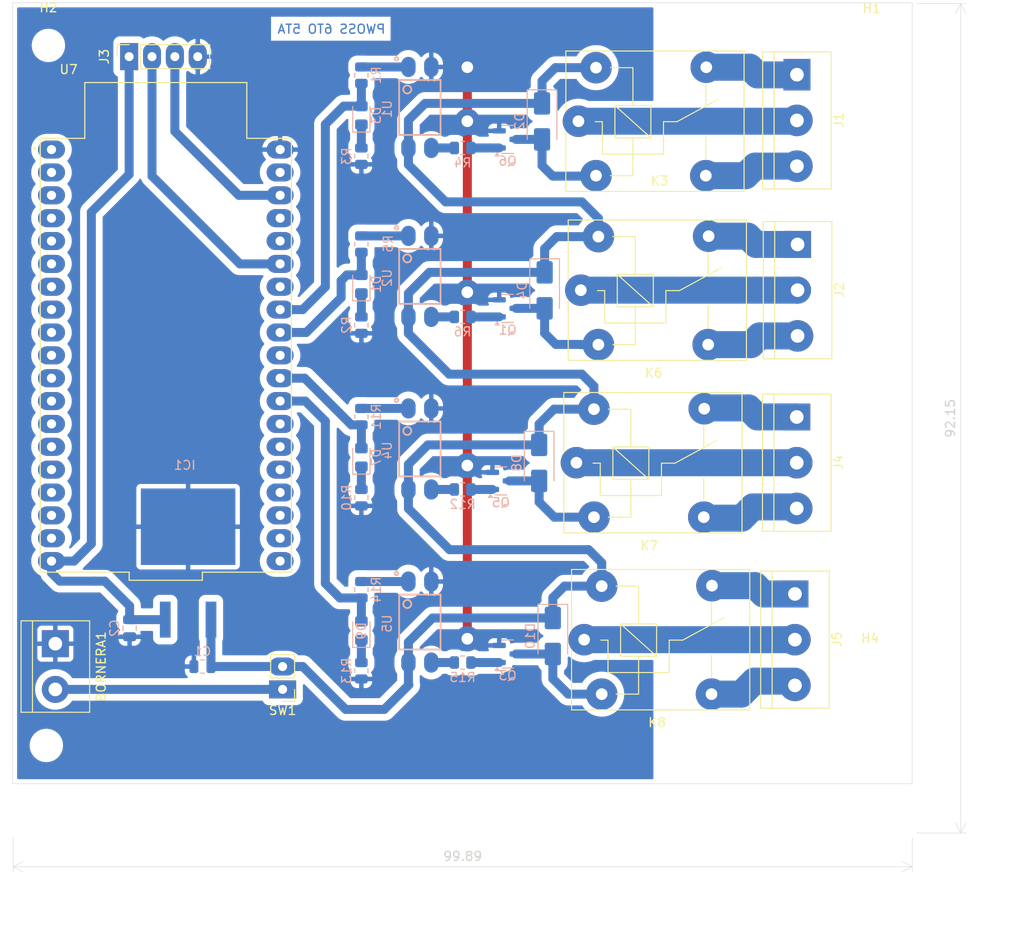
<source format=kicad_pcb>
(kicad_pcb (version 20241229) (generator "pcbnew") (generator_version "9.0")
  (layers (0 "F.Cu" signal) (2 "B.Cu" signal) (13 "F.Paste" user) (15 "B.Paste" user) (5 "F.SilkS" user "F.Silkscreen") (7 "B.SilkS" user "B.Silkscreen") (1 "F.Mask" user) (3 "B.Mask" user) (25 "Edge.Cuts" user))
  (net 0 "")
  (net 1 "Net-(BORNERA1-Pin_2)")
  (net 2 "GND")
  (net 3 "VCC")
  (net 4 "+5V")
  (net 5 "Net-(D1-K)")
  (net 6 "Net-(D2-A)")
  (net 7 "Net-(D3-K)")
  (net 8 "Net-(D4-A)")
  (net 9 "Net-(D7-K)")
  (net 10 "Net-(D8-A)")
  (net 11 "Net-(D9-K)")
  (net 12 "Net-(D10-A)")
  (net 13 "PIN12")
  (net 14 "PIN11")
  (net 15 "PIN1")
  (net 16 "PIN3")
  (net 17 "PIN2")
  (net 18 "Net-(Q1-B)")
  (net 19 "Net-(U1-A)")
  (net 20 "Net-(U1-ET)")
  (net 21 "Net-(U2-A)")
  (net 22 "Net-(U2-ET)")
  (net 23 "Net-(U4-A)")
  (net 24 "Net-(U4-ET)")
  (net 25 "Net-(U5-A)")
  (net 26 "Net-(U5-ET)")
  (net 55 "PIN4")
  (net 56 "PIN5")
  (net 57 "PIN6")
  (net 58 "PIN9")
  (net 59 "PIN7")
  (net 60 "PIN8")
  (net 61 "PIN10")
  (net 64 "RELE-2")
  (net 65 "RELE-4")
  (net 66 "RELE-1")
  (net 67 "RELE-3")
  (net 68 "PIN-2")
  (net 69 "PIN-1")
  (net 70 "Net-(Q3-B)")
  (net 71 "Net-(Q5-B)")
  (net 72 "Net-(Q6-B)")
  (footprint "Relay_THT:Relay_SPDT_SANYOU_SRD_Series_Form_C" (layer "F.Cu") (at 81.2275 90.35)
    (property "Reference" "K8" (at 8.1 9.2 0) (layer "F.SilkS"))
    (property "Value" "SANYOU_SRD_Form_C")
    (pad "1" thru_hole circle (at 0 0 90) (size 3.5 3.5) (drill 1.3) (layers "*.Cu" "*.Mask") (net 14 "PIN11"))
    (pad "2" thru_hole circle (at 1.95 6.05 90) (size 3.5 3.5) (drill 1.3) (layers "*.Cu" "*.Mask") (net 12 "Net-(D10-A)"))
    (pad "3" thru_hole circle (at 14.15 6.05 90) (size 3.5 3.5) (drill 1.3) (layers "*.Cu" "*.Mask") (net 13 "PIN12"))
    (pad "4" thru_hole circle (at 14.2 -6 90) (size 3.5 3.5) (drill 1.3) (layers "*.Cu" "*.Mask") (net 61 "PIN10"))
    (pad "5" thru_hole circle (at 1.95 -5.95 90) (size 3.5 3.5) (drill 1.3) (layers "*.Cu" "*.Mask") (net 3 "VCC"))
  )
  (footprint "TerminalBlock:TerminalBlock_bornier-3_P5.08mm" (layer "F.Cu") (at 104.8475 65.61 -90)
    (property "Reference" "J4" (at 5.05 -4.65 90) (layer "F.SilkS"))
    (property "Value" "BORNERA")
    (pad "1" thru_hole rect (at 0 0 270) (size 3 3) (drill 1.52) (layers "*.Cu" "*.Mask") (net 59 "PIN7"))
    (pad "2" thru_hole circle (at 5.08 0 270) (size 3.5 3.5) (drill 1.52) (layers "*.Cu" "*.Mask") (net 60 "PIN8"))
    (pad "3" thru_hole circle (at 10.16 0 270) (size 3.5 3.5) (drill 1.52) (layers "*.Cu" "*.Mask") (net 58 "PIN9"))
  )
  (footprint "Relay_THT:Relay_SPDT_SANYOU_SRD_Series_Form_C" (layer "F.Cu") (at 80.3675 70.69)
    (property "Reference" "K7" (at 8.1 9.2 0) (layer "F.SilkS"))
    (property "Value" "SANYOU_SRD_Form_C")
    (pad "1" thru_hole circle (at 0 0 90) (size 3.5 3.5) (drill 1.3) (layers "*.Cu" "*.Mask") (net 60 "PIN8"))
    (pad "2" thru_hole circle (at 1.95 6.05 90) (size 3.5 3.5) (drill 1.3) (layers "*.Cu" "*.Mask") (net 10 "Net-(D8-A)"))
    (pad "3" thru_hole circle (at 14.15 6.05 90) (size 3.5 3.5) (drill 1.3) (layers "*.Cu" "*.Mask") (net 58 "PIN9"))
    (pad "4" thru_hole circle (at 14.2 -6 90) (size 3.5 3.5) (drill 1.3) (layers "*.Cu" "*.Mask") (net 59 "PIN7"))
    (pad "5" thru_hole circle (at 1.95 -5.95 90) (size 3.5 3.5) (drill 1.3) (layers "*.Cu" "*.Mask") (net 3 "VCC"))
  )
  (footprint "MountingHole:MountingHole_3.2mm_M3" (layer "F.Cu") (at 21.4775 102.1)
    (property "Reference" "H3" (at 0.09 -0.65 0) (layer "F.SilkS"))
    (property "Value" "MountingHole")
    (pad "" np_thru_hole circle (at 0 0) (size 3.2 3.2) (drill 3.2) (layers "*.Cu" "*.Mask"))
  )
  (footprint "TerminalBlock:TerminalBlock_bornier-3_P5.08mm" (layer "F.Cu") (at 104.9375 46.44 -90)
    (property "Reference" "J2" (at 5.05 -4.65 90) (layer "F.SilkS"))
    (property "Value" "BORNERA")
    (pad "1" thru_hole rect (at 0 0 270) (size 3 3) (drill 1.52) (layers "*.Cu" "*.Mask") (net 55 "PIN4"))
    (pad "2" thru_hole circle (at 5.08 0 270) (size 3 3) (drill 1.52) (layers "*.Cu" "*.Mask") (net 56 "PIN5"))
    (pad "3" thru_hole circle (at 10.16 0 270) (size 3.5 3.5) (drill 1.52) (layers "*.Cu" "*.Mask") (net 57 "PIN6"))
  )
  (footprint "MountingHole:MountingHole_3.2mm_M3" (layer "F.Cu") (at 113.2275 102.1)
    (property "Reference" "H4" (at -0.23 -11.9 0) (layer "F.SilkS"))
    (property "Value" "MountingHole")
    (pad "" np_thru_hole circle (at 0 0) (size 3.2 3.2) (drill 3.2) (layers "*.Cu" "*.Mask"))
  )
  (footprint "Connector_PinSocket_2.54mm:PinSocket_1x04_P2.54mm_Vertical" (layer "F.Cu") (at 30.6775 25.575 90)
    (property "Reference" "J3" (at 0 -2.77 90) (layer "F.SilkS"))
    (property "Value" "Conn_01x04_Pin")
    (pad "1" thru_hole rect (at 0 0 90) (size 3 2) (drill 1) (layers "*.Cu" "*.Mask") (net 4 "+5V"))
    (pad "2" thru_hole oval (at 0 2.54 90) (size 3 2) (drill 1) (layers "*.Cu" "*.Mask") (net 68 "PIN-2"))
    (pad "3" thru_hole oval (at 0 5.08 90) (size 3 2) (drill 1) (layers "*.Cu" "*.Mask") (net 69 "PIN-1"))
    (pad "4" thru_hole oval (at 0 7.62 90) (size 3 2) (drill 1) (layers "*.Cu" "*.Mask") (net 2 "GND"))
  )
  (footprint "Connector_PinHeader_2.54mm:PinHeader_1x02_P2.54mm_Vertical" (layer "F.Cu") (at 47.7275 95.875 180)
    (property "Reference" "SW1" (at 0 -2.33 0) (layer "F.SilkS"))
    (property "Value" "SWITCH")
    (pad "1" thru_hole rect (at 0 0 180) (size 3 2) (drill 1) (layers "*.Cu" "*.Mask") (net 1 "Net-(BORNERA1-Pin_2)"))
    (pad "2" thru_hole oval (at 0 2.54 180) (size 3 2) (drill 1) (layers "*.Cu" "*.Mask") (net 3 "VCC"))
  )
  (footprint "MountingHole:MountingHole_3.2mm_M3" (layer "F.Cu") (at 113.1675 24.42)
    (property "Reference" "H1" (at 0 -4.2 0) (layer "F.SilkS"))
    (property "Value" "MountingHole")
    (pad "" np_thru_hole circle (at 0 0) (size 3.2 3.2) (drill 3.2) (layers "*.Cu" "*.Mask"))
  )
  (footprint "TerminalBlock:TerminalBlock_bornier-3_P5.08mm" (layer "F.Cu") (at 104.87 27.58 -90)
    (property "Reference" "J1" (at 5.05 -4.65 90) (layer "F.SilkS"))
    (property "Value" "BORNERA")
    (pad "1" thru_hole rect (at 0 0 270) (size 3.5 3) (drill 1.52) (layers "*.Cu" "*.Mask") (net 15 "PIN1"))
    (pad "2" thru_hole circle (at 5.08 0 270) (size 3.5 3.5) (drill 1.52) (layers "*.Cu" "*.Mask") (net 17 "PIN2"))
    (pad "3" thru_hole circle (at 10.16 0 270) (size 3.5 3.5) (drill 1.52) (layers "*.Cu" "*.Mask") (net 16 "PIN3"))
  )
  (footprint "ESP32:MODULE_ESP32-DEVKITC" (layer "F.Cu") (at 34.75 58.75)
    (property "Reference" "U7" (at -10.795 -31.75 0) (layer "F.SilkS"))
    (property "Value" "ESP32-DEVKITC")
    (pad "1" thru_hole oval (at -12.7 -22.85) (size 3 2) (drill 1.02) (layers "*.Cu" "*.Mask"))
    (pad "2" thru_hole oval (at -12.7 -20.31) (size 3 2) (drill 1.02) (layers "*.Cu" "*.Mask"))
    (pad "3" thru_hole oval (at -12.7 -17.77) (size 3 2) (drill 1.02) (layers "*.Cu" "*.Mask"))
    (pad "4" thru_hole oval (at -12.7 -15.23) (size 3 2) (drill 1.02) (layers "*.Cu" "*.Mask"))
    (pad "5" thru_hole oval (at -12.7 -12.69) (size 3 2) (drill 1.02) (layers "*.Cu" "*.Mask"))
    (pad "6" thru_hole oval (at -12.7 -10.15) (size 3 2) (drill 1.02) (layers "*.Cu" "*.Mask"))
    (pad "7" thru_hole oval (at -12.7 -7.61) (size 3 2) (drill 1.02) (layers "*.Cu" "*.Mask"))
    (pad "8" thru_hole oval (at -12.7 -5.07) (size 3 2) (drill 1.02) (layers "*.Cu" "*.Mask"))
    (pad "9" thru_hole oval (at -12.7 -2.53) (size 3 2) (drill 1.02) (layers "*.Cu" "*.Mask"))
    (pad "10" thru_hole oval (at -12.7 0.01) (size 3 2) (drill 1.02) (layers "*.Cu" "*.Mask"))
    (pad "11" thru_hole oval (at -12.7 2.55) (size 3 2) (drill 1.02) (layers "*.Cu" "*.Mask"))
    (pad "12" thru_hole oval (at -12.7 5.09) (size 3 2) (drill 1.02) (layers "*.Cu" "*.Mask"))
    (pad "13" thru_hole oval (at -12.7 7.63) (size 3 2) (drill 1.02) (layers "*.Cu" "*.Mask"))
    (pad "14" thru_hole oval (at -12.7 10.17) (size 3 2) (drill 1.02) (layers "*.Cu" "*.Mask"))
    (pad "15" thru_hole oval (at -12.7 12.71) (size 3 2) (drill 1.02) (layers "*.Cu" "*.Mask"))
    (pad "16" thru_hole oval (at -12.7 15.25) (size 3 2) (drill 1.02) (layers "*.Cu" "*.Mask"))
    (pad "17" thru_hole oval (at -12.7 17.79) (size 3 2) (drill 1.02) (layers "*.Cu" "*.Mask"))
    (pad "18" thru_hole oval (at -12.7 20.33) (size 3 2) (drill 1.02) (layers "*.Cu" "*.Mask"))
    (pad "19" thru_hole oval (at -12.7 22.87) (size 3 2) (drill 1.02) (layers "*.Cu" "*.Mask") (net 4 "+5V"))
    (pad "20" thru_hole oval (at 12.7 22.87) (size 3 2) (drill 1.02) (layers "*.Cu" "*.Mask"))
    (pad "21" thru_hole oval (at 12.7 20.33) (size 3 2) (drill 1.02) (layers "*.Cu" "*.Mask"))
    (pad "22" thru_hole oval (at 12.7 17.79) (size 3 2) (drill 1.02) (layers "*.Cu" "*.Mask"))
    (pad "23" thru_hole oval (at 12.7 15.25) (size 3 2) (drill 1.02) (layers "*.Cu" "*.Mask"))
    (pad "24" thru_hole oval (at 12.7 12.71) (size 3 2) (drill 1.02) (layers "*.Cu" "*.Mask"))
    (pad "25" thru_hole oval (at 12.7 10.17) (size 3 2) (drill 1.02) (layers "*.Cu" "*.Mask"))
    (pad "26" thru_hole oval (at 12.7 7.63) (size 3 2) (drill 1.02) (layers "*.Cu" "*.Mask"))
    (pad "27" thru_hole oval (at 12.7 5.09) (size 3 2) (drill 1.02) (layers "*.Cu" "*.Mask") (net 67 "RELE-3"))
    (pad "28" thru_hole oval (at 12.7 2.55) (size 3 2) (drill 1.02) (layers "*.Cu" "*.Mask") (net 66 "RELE-1"))
    (pad "29" thru_hole oval (at 12.7 0.01) (size 3 2) (drill 1.02) (layers "*.Cu" "*.Mask"))
    (pad "30" thru_hole oval (at 12.7 -2.53) (size 3 2) (drill 1.02) (layers "*.Cu" "*.Mask") (net 64 "RELE-2"))
    (pad "31" thru_hole oval (at 12.7 -5.07) (size 3 2) (drill 1.02) (layers "*.Cu" "*.Mask") (net 65 "RELE-4"))
    (pad "32" thru_hole oval (at 12.7 -7.61) (size 3 2) (drill 1.02) (layers "*.Cu" "*.Mask"))
    (pad "33" thru_hole oval (at 12.7 -10.15) (size 3 2) (drill 1.02) (layers "*.Cu" "*.Mask") (net 68 "PIN-2"))
    (pad "34" thru_hole oval (at 12.7 -12.69) (size 3 2) (drill 1.02) (layers "*.Cu" "*.Mask"))
    (pad "35" thru_hole oval (at 12.7 -15.23) (size 3 2) (drill 1.02) (layers "*.Cu" "*.Mask"))
    (pad "36" thru_hole oval (at 12.7 -17.77) (size 3 2) (drill 1.02) (layers "*.Cu" "*.Mask") (net 69 "PIN-1"))
    (pad "37" thru_hole oval (at 12.7 -20.31) (size 3 2) (drill 1.02) (layers "*.Cu" "*.Mask"))
    (pad "38" thru_hole oval (at 12.7 -22.85) (size 3 2) (drill 1.02) (layers "*.Cu" "*.Mask") (net 2 "GND"))
  )
  (footprint "TerminalBlock:TerminalBlock_bornier-2_P5.08mm" (layer "F.Cu") (at 22.4775 90.795 -90)
    (property "Reference" "BORNERA1" (at 2.54 -5.08 90) (layer "F.SilkS"))
    (property "Value" "~")
    (pad "1" thru_hole rect (at 0 0 270) (size 3 3) (drill 1.52) (layers "*.Cu" "*.Mask") (net 2 "GND"))
    (pad "2" thru_hole circle (at 5.08 0 270) (size 3 3) (drill 1.52) (layers "*.Cu" "*.Mask") (net 1 "Net-(BORNERA1-Pin_2)"))
  )
  (footprint "Relay_THT:Relay_SPDT_SANYOU_SRD_Series_Form_C" (layer "F.Cu") (at 80.595 32.75)
    (property "Reference" "K3" (at 9.02 6.62 0) (layer "F.SilkS"))
    (property "Value" "SANYOU_SRD_Form_C")
    (pad "1" thru_hole circle (at 0 0 90) (size 3.5 3.5) (drill 1.3) (layers "*.Cu" "*.Mask") (net 17 "PIN2"))
    (pad "2" thru_hole circle (at 1.95 6.05 90) (size 3.5 3.5) (drill 1.3) (layers "*.Cu" "*.Mask") (net 6 "Net-(D2-A)"))
    (pad "3" thru_hole circle (at 14.15 6.05 90) (size 3.5 3.5) (drill 1.3) (layers "*.Cu" "*.Mask") (net 16 "PIN3"))
    (pad "4" thru_hole circle (at 14.2 -6 90) (size 3.5 3.5) (drill 1.3) (layers "*.Cu" "*.Mask") (net 15 "PIN1"))
    (pad "5" thru_hole circle (at 1.95 -5.95 90) (size 3.5 3.5) (drill 1.3) (layers "*.Cu" "*.Mask") (net 3 "VCC"))
  )
  (footprint "Relay_THT:Relay_SPDT_SANYOU_SRD_Series_Form_C" (layer "F.Cu") (at 80.8575 51.52)
    (property "Reference" "K6" (at 8.1 9.2 0) (layer "F.SilkS"))
    (property "Value" "SANYOU_SRD_Form_C")
    (pad "1" thru_hole circle (at 0 0 90) (size 3.5 3.5) (drill 1.3) (layers "*.Cu" "*.Mask") (net 56 "PIN5"))
    (pad "2" thru_hole circle (at 1.95 6.05 90) (size 3.5 3.5) (drill 1.3) (layers "*.Cu" "*.Mask") (net 8 "Net-(D4-A)"))
    (pad "3" thru_hole circle (at 14.15 6.05 90) (size 3.5 3.5) (drill 1.3) (layers "*.Cu" "*.Mask") (net 57 "PIN6"))
    (pad "4" thru_hole circle (at 14.2 -6 90) (size 3.5 3.5) (drill 1.3) (layers "*.Cu" "*.Mask") (net 55 "PIN4"))
    (pad "5" thru_hole circle (at 1.95 -5.95 90) (size 3.5 3.5) (drill 1.3) (layers "*.Cu" "*.Mask") (net 3 "VCC"))
  )
  (footprint "MountingHole:MountingHole_3.2mm_M3" (layer "F.Cu") (at 21.7075 24.33)
    (property "Reference" "H2" (at 0 -4.2 0) (layer "F.SilkS"))
    (property "Value" "MountingHole")
    (pad "" np_thru_hole circle (at 0 0) (size 3.2 3.2) (drill 3.2) (layers "*.Cu" "*.Mask"))
  )
  (footprint "TerminalBlock:TerminalBlock_bornier-3_P5.08mm" (layer "F.Cu") (at 104.65 85.27 -90)
    (property "Reference" "J5" (at 5.05 -4.65 90) (layer "F.SilkS"))
    (property "Value" "BORNERA")
    (pad "1" thru_hole rect (at 0 0 270) (size 3 3) (drill 1.52) (layers "*.Cu" "*.Mask") (net 61 "PIN10"))
    (pad "2" thru_hole circle (at 5.08 0 270) (size 3.5 3.5) (drill 1.52) (layers "*.Cu" "*.Mask") (net 14 "PIN11"))
    (pad "3" thru_hole circle (at 10.16 0 270) (size 3.5 3.5) (drill 1.52) (layers "*.Cu" "*.Mask") (net 13 "PIN12"))
  )
  (footprint "Resistor_SMD:R_0805_2012Metric" (layer "B.Cu") (at 67.7275 73.66)
    (property "Reference" "R12" (at 0 1.65 0) (layer "B.SilkS") (effects (justify mirror)))
    (property "Value" "R")
    (pad "1" smd roundrect (at -0.9125 0) (size 1.025 1.4) (layers "B.Cu" "B.Mask" "B.Paste") (roundrect_rratio 0.243902) (net 24 "Net-(U4-ET)"))
    (pad "2" smd roundrect (at 0.9125 0) (size 1.025 1.4) (layers "B.Cu" "B.Mask" "B.Paste") (roundrect_rratio 0.243902) (net 71 "Net-(Q5-B)"))
  )
  (footprint "Resistor_SMD:R_0805_2012Metric" (layer "B.Cu") (at 56.4775 84.8025 90)
    (property "Reference" "R14" (at 0 1.65 90) (layer "B.SilkS") (effects (justify mirror)))
    (property "Value" "R")
    (pad "1" smd roundrect (at -0.9125 0 90) (size 1.025 1.4) (layers "B.Cu" "B.Mask" "B.Paste") (roundrect_rratio 0.243902) (net 67 "RELE-3"))
    (pad "2" smd roundrect (at 0.9125 0 90) (size 1.025 1.4) (layers "B.Cu" "B.Mask" "B.Paste") (roundrect_rratio 0.243902) (net 25 "Net-(U5-A)"))
  )
  (footprint "Resistor_SMD:R_0805_2012Metric" (layer "B.Cu") (at 56.4775 46.4025 90)
    (property "Reference" "R5" (at 0.04 2.98 90) (layer "B.SilkS") (effects (justify mirror)))
    (property "Value" "R")
    (pad "1" smd roundrect (at -0.9125 0 90) (size 1.025 1.4) (layers "B.Cu" "B.Mask" "B.Paste") (roundrect_rratio 0.243902) (net 64 "RELE-2"))
    (pad "2" smd roundrect (at 0.9125 0 90) (size 1.025 1.4) (layers "B.Cu" "B.Mask" "B.Paste") (roundrect_rratio 0.243902) (net 21 "Net-(U2-A)"))
  )
  (footprint "LED_SMD:LED_0805_2012Metric_Pad1.15x1.40mm_HandSolder" (layer "B.Cu") (at 56.4775 32.1 90)
    (property "Reference" "D3" (at 0 1.65 90) (layer "B.SilkS") (effects (justify mirror)))
    (property "Value" "LED")
    (pad "1" smd roundrect (at -1.025 0 90) (size 1.15 1.4) (layers "B.Cu" "B.Mask" "B.Paste") (roundrect_rratio 0.217391) (net 7 "Net-(D3-K)"))
    (pad "2" smd roundrect (at 1.025 0 90) (size 1.15 1.4) (layers "B.Cu" "B.Mask" "B.Paste") (roundrect_rratio 0.217391) (net 65 "RELE-4"))
  )
  (footprint "LED_SMD:LED_0805_2012Metric_Pad1.15x1.40mm_HandSolder" (layer "B.Cu") (at 56.4775 89.35 90)
    (property "Reference" "D9" (at -0.0225 0 270) (layer "B.SilkS") (effects (justify mirror)))
    (property "Value" "LED")
    (pad "1" smd roundrect (at -1.025 0 90) (size 1.15 1.4) (layers "B.Cu" "B.Mask" "B.Paste") (roundrect_rratio 0.217391) (net 11 "Net-(D9-K)"))
    (pad "2" smd roundrect (at 1.025 0 90) (size 1.15 1.4) (layers "B.Cu" "B.Mask" "B.Paste") (roundrect_rratio 0.217391) (net 67 "RELE-3"))
  )
  (footprint "Package_TO_SOT_SMD:SOT-23" (layer "B.Cu") (at 72.7275 91.94)
    (property "Reference" "Q3" (at 0 2.4 0) (layer "B.SilkS") (effects (justify mirror)))
    (property "Value" "MMBT2222A")
    (pad "1" smd roundrect (at -0.9375 0.95) (size 1.475 0.6) (layers "B.Cu" "B.Mask" "B.Paste") (net 70 "Net-(Q3-B)"))
    (pad "2" smd roundrect (at -0.9375 -0.95) (size 1.475 0.6) (layers "B.Cu" "B.Mask" "B.Paste") (net 2 "GND"))
    (pad "3" smd roundrect (at 0.9375 0) (size 1.475 0.6) (layers "B.Cu" "B.Mask" "B.Paste") (net 12 "Net-(D10-A)"))
  )
  (footprint "7805 smd:MC7805CD2TG" (layer "B.Cu") (at 37.2275 82.1 180)
    (property "Reference" "IC1" (at 0.375 11.135 0) (layer "B.SilkS") (effects (justify mirror)))
    (property "Value" "MC7805CD2TG")
    (property "VALUE" "IC_PWRMC7805CD2TG" (hide yes))
    (pad "P$1" smd rect (at 0 4.3 180) (size 10.5 8.5) (layers "B.Cu" "B.Mask" "B.Paste") (net 2 "GND"))
    (pad "P$2" smd rect (at -2.54 -6.023 180) (size 1.2 4) (layers "B.Cu" "B.Mask" "B.Paste") (net 3 "VCC"))
    (pad "P$3" smd rect (at 2.54 -6.023 180) (size 1.2 4) (layers "B.Cu" "B.Mask" "B.Paste") (net 4 "+5V"))
  )
  (footprint "Diode_SMD:D_SMA" (layer "B.Cu") (at 77.7475 89.94 -90)
    (property "Reference" "D10" (at 0 2.5 90) (layer "B.SilkS") (effects (justify mirror)))
    (property "Value" "D")
    (pad "1" smd roundrect (at -2 0 270) (size 2.5 1.8) (layers "B.Cu" "B.Mask" "B.Paste") (roundrect_rratio 0.1388888889) (net 3 "VCC"))
    (pad "2" smd roundrect (at 2 0 270) (size 2.5 1.8) (layers "B.Cu" "B.Mask" "B.Paste") (roundrect_rratio 0.1388888889) (net 12 "Net-(D10-A)"))
  )
  (footprint "Resistor_SMD:R_0805_2012Metric" (layer "B.Cu") (at 56.4775 55.4025 -90)
    (property "Reference" "R2" (at 0 1.65 90) (layer "B.SilkS") (effects (justify mirror)))
    (property "Value" "R")
    (pad "1" smd roundrect (at -0.9125 0 270) (size 1.025 1.4) (layers "B.Cu" "B.Mask" "B.Paste") (roundrect_rratio 0.243902) (net 5 "Net-(D1-K)"))
    (pad "2" smd roundrect (at 0.9125 0 270) (size 1.025 1.4) (layers "B.Cu" "B.Mask" "B.Paste") (roundrect_rratio 0.243902) (net 2 "GND"))
  )
  (footprint "PC817:SOT254P1025X400-4N" (layer "B.Cu") (at 62.975 69.16 -90)
    (property "Reference" "U4" (at 0.175155 3.638415 90) (layer "B.SilkS") (effects (font (size 1.000937 1.000937)) (justify mirror)))
    (property "Value" "PC81713NIP0X")
    (pad "1" smd oval (at -4.5 1.27 270) (size 2.25 1.6) (layers "B.Cu" "B.Mask" "B.Paste") (net 23 "Net-(U4-A)"))
    (pad "2" smd oval (at -4.5 -1.27 270) (size 2.25 1.6) (layers "B.Cu" "B.Mask" "B.Paste") (net 2 "GND"))
    (pad "3" smd oval (at 4.5 -1.27 270) (size 2.25 1.6) (layers "B.Cu" "B.Mask" "B.Paste") (net 24 "Net-(U4-ET)"))
    (pad "4" smd oval (at 4.5 1.27 270) (size 2.25 1.6) (layers "B.Cu" "B.Mask" "B.Paste") (net 3 "VCC"))
  )
  (footprint "Resistor_SMD:R_0805_2012Metric" (layer "B.Cu") (at 67.7275 92.89)
    (property "Reference" "R15" (at 0 1.65 0) (layer "B.SilkS") (effects (justify mirror)))
    (property "Value" "R")
    (pad "1" smd roundrect (at -0.9125 0) (size 1.025 1.4) (layers "B.Cu" "B.Mask" "B.Paste") (roundrect_rratio 0.243902) (net 26 "Net-(U5-ET)"))
    (pad "2" smd roundrect (at 0.9125 0) (size 1.025 1.4) (layers "B.Cu" "B.Mask" "B.Paste") (roundrect_rratio 0.243902) (net 70 "Net-(Q3-B)"))
  )
  (footprint "PC817:SOT254P1025X400-4N" (layer "B.Cu") (at 62.975 31.22 -90)
    (property "Reference" "U1" (at 0.175155 3.638415 90) (layer "B.SilkS") (effects (font (size 1.000937 1.000937)) (justify mirror)))
    (property "Value" "PC81713NIP0X")
    (pad "1" smd oval (at -4.5 1.27 270) (size 2.25 1.6) (layers "B.Cu" "B.Mask" "B.Paste") (net 19 "Net-(U1-A)"))
    (pad "2" smd oval (at -4.5 -1.27 270) (size 2.25 1.6) (layers "B.Cu" "B.Mask" "B.Paste") (net 2 "GND"))
    (pad "3" smd oval (at 4.5 -1.27 270) (size 2.25 1.6) (layers "B.Cu" "B.Mask" "B.Paste") (net 20 "Net-(U1-ET)"))
    (pad "4" smd oval (at 4.5 1.27 270) (size 2.25 1.6) (layers "B.Cu" "B.Mask" "B.Paste") (net 3 "VCC"))
  )
  (footprint "Diode_SMD:D_SMA" (layer "B.Cu") (at 76.8375 51.54 -90)
    (property "Reference" "D4" (at 0 2.5 90) (layer "B.SilkS") (effects (justify mirror)))
    (property "Value" "D")
    (pad "1" smd roundrect (at -2 0 270) (size 2.5 1.8) (layers "B.Cu" "B.Mask" "B.Paste") (roundrect_rratio 0.1388888889) (net 3 "VCC"))
    (pad "2" smd roundrect (at 2 0 270) (size 2.5 1.8) (layers "B.Cu" "B.Mask" "B.Paste") (roundrect_rratio 0.1388888889) (net 8 "Net-(D4-A)"))
  )
  (footprint "Resistor_SMD:R_0805_2012Metric" (layer "B.Cu") (at 56.4775 36.6325 -90)
    (property "Reference" "R3" (at 0 1.65 90) (layer "B.SilkS") (effects (justify mirror)))
    (property "Value" "R")
    (pad "1" smd roundrect (at -0.9125 0 270) (size 1.025 1.4) (layers "B.Cu" "B.Mask" "B.Paste") (roundrect_rratio 0.243902) (net 7 "Net-(D3-K)"))
    (pad "2" smd roundrect (at 0.9125 0 270) (size 1.025 1.4) (layers "B.Cu" "B.Mask" "B.Paste") (roundrect_rratio 0.243902) (net 2 "GND"))
  )
  (footprint "Resistor_SMD:R_0805_2012Metric" (layer "B.Cu") (at 56.4775 27.6325 90)
    (property "Reference" "R1" (at 0 1.65 90) (layer "B.SilkS") (effects (justify mirror)))
    (property "Value" "R")
    (pad "1" smd roundrect (at -0.9125 0 90) (size 1.025 1.4) (layers "B.Cu" "B.Mask" "B.Paste") (roundrect_rratio 0.243902) (net 65 "RELE-4"))
    (pad "2" smd roundrect (at 0.9125 0 90) (size 1.025 1.4) (layers "B.Cu" "B.Mask" "B.Paste") (roundrect_rratio 0.243902) (net 19 "Net-(U1-A)"))
  )
  (footprint "PC817:SOT254P1025X400-4N" (layer "B.Cu") (at 62.975 49.99 -90)
    (property "Reference" "U2" (at 0.175155 3.638415 90) (layer "B.SilkS") (effects (font (size 1.000937 1.000937)) (justify mirror)))
    (property "Value" "PC81713NIP0X")
    (pad "1" smd oval (at -4.5 1.27 270) (size 2.25 1.6) (layers "B.Cu" "B.Mask" "B.Paste") (net 21 "Net-(U2-A)"))
    (pad "2" smd oval (at -4.5 -1.27 270) (size 2.25 1.6) (layers "B.Cu" "B.Mask" "B.Paste") (net 2 "GND"))
    (pad "3" smd oval (at 4.5 -1.27 270) (size 2.25 1.6) (layers "B.Cu" "B.Mask" "B.Paste") (net 22 "Net-(U2-ET)"))
    (pad "4" smd oval (at 4.5 1.27 270) (size 2.25 1.6) (layers "B.Cu" "B.Mask" "B.Paste") (net 3 "VCC"))
  )
  (footprint "Package_TO_SOT_SMD:SOT-23" (layer "B.Cu") (at 72.7275 34.77)
    (property "Reference" "Q6" (at 0 2.4 0) (layer "B.SilkS") (effects (justify mirror)))
    (property "Value" "MMBT2222A")
    (pad "1" smd roundrect (at -0.9375 0.95) (size 1.475 0.6) (layers "B.Cu" "B.Mask" "B.Paste") (net 72 "Net-(Q6-B)"))
    (pad "2" smd roundrect (at -0.9375 -0.95) (size 1.475 0.6) (layers "B.Cu" "B.Mask" "B.Paste") (net 2 "GND"))
    (pad "3" smd roundrect (at 0.9375 0) (size 1.475 0.6) (layers "B.Cu" "B.Mask" "B.Paste") (net 6 "Net-(D2-A)"))
  )
  (footprint "PC817:SOT254P1025X400-4N" (layer "B.Cu") (at 62.975 88.39 -90)
    (property "Reference" "U5" (at 0.175155 3.638415 90) (layer "B.SilkS") (effects (font (size 1.000937 1.000937)) (justify mirror)))
    (property "Value" "PC81713NIP0X")
    (pad "1" smd oval (at -4.5 1.27 270) (size 2.25 1.6) (layers "B.Cu" "B.Mask" "B.Paste") (net 25 "Net-(U5-A)"))
    (pad "2" smd oval (at -4.5 -1.27 270) (size 2.25 1.6) (layers "B.Cu" "B.Mask" "B.Paste") (net 2 "GND"))
    (pad "3" smd oval (at 4.5 -1.27 270) (size 2.25 1.6) (layers "B.Cu" "B.Mask" "B.Paste") (net 26 "Net-(U5-ET)"))
    (pad "4" smd oval (at 4.5 1.27 270) (size 2.25 1.6) (layers "B.Cu" "B.Mask" "B.Paste") (net 3 "VCC"))
  )
  (footprint "Resistor_SMD:R_0805_2012Metric" (layer "B.Cu") (at 56.4775 93.8025 -90)
    (property "Reference" "R13" (at 0 1.65 90) (layer "B.SilkS") (effects (justify mirror)))
    (property "Value" "R")
    (pad "1" smd roundrect (at -0.9125 0 270) (size 1.025 1.4) (layers "B.Cu" "B.Mask" "B.Paste") (roundrect_rratio 0.243902) (net 11 "Net-(D9-K)"))
    (pad "2" smd roundrect (at 0.9125 0 270) (size 1.025 1.4) (layers "B.Cu" "B.Mask" "B.Paste") (roundrect_rratio 0.243902) (net 2 "GND"))
  )
  (footprint "LED_SMD:LED_0805_2012Metric_Pad1.15x1.40mm_HandSolder" (layer "B.Cu") (at 56.4775 50.85 90)
    (property "Reference" "D1" (at 0 1.65 270) (layer "B.SilkS") (effects (justify mirror)))
    (property "Value" "LED")
    (pad "1" smd roundrect (at -1.025 0 90) (size 1.15 1.4) (layers "B.Cu" "B.Mask" "B.Paste") (roundrect_rratio 0.217391) (net 5 "Net-(D1-K)"))
    (pad "2" smd roundrect (at 1.025 0 90) (size 1.15 1.4) (layers "B.Cu" "B.Mask" "B.Paste") (roundrect_rratio 0.217391) (net 64 "RELE-2"))
  )
  (footprint "Capacitor_SMD:C_0805_2012Metric" (layer "B.Cu") (at 38.8175 93.335 180)
    (property "Reference" "C1" (at 0 1.68 0) (layer "B.SilkS") (effects (justify mirror)))
    (property "Value" "0.1uF")
    (pad "1" smd roundrect (at -0.95 0 180) (size 1 1.45) (layers "B.Cu" "B.Mask" "B.Paste") (net 3 "VCC"))
    (pad "2" smd roundrect (at 0.95 0 180) (size 1 1.45) (layers "B.Cu" "B.Mask" "B.Paste") (net 2 "GND"))
  )
  (footprint "Resistor_SMD:R_0805_2012Metric" (layer "B.Cu") (at 67.7275 35.72)
    (property "Reference" "R4" (at 0 1.65 0) (layer "B.SilkS") (effects (justify mirror)))
    (property "Value" "R")
    (pad "1" smd roundrect (at -0.9125 0) (size 1.025 1.4) (layers "B.Cu" "B.Mask" "B.Paste") (roundrect_rratio 0.243902) (net 20 "Net-(U1-ET)"))
    (pad "2" smd roundrect (at 0.9125 0) (size 1.025 1.4) (layers "B.Cu" "B.Mask" "B.Paste") (roundrect_rratio 0.243902) (net 72 "Net-(Q6-B)"))
  )
  (footprint "Diode_SMD:D_SMA" (layer "B.Cu") (at 76.54875 32.77 -90)
    (property "Reference" "D2" (at 0 2.5 90) (layer "B.SilkS") (effects (justify mirror)))
    (property "Value" "D")
    (pad "1" smd roundrect (at -2 0 270) (size 2.5 1.8) (layers "B.Cu" "B.Mask" "B.Paste") (roundrect_rratio 0.1388888889) (net 3 "VCC"))
    (pad "2" smd roundrect (at 2 0 270) (size 2.5 1.8) (layers "B.Cu" "B.Mask" "B.Paste") (roundrect_rratio 0.1388888889) (net 6 "Net-(D2-A)"))
  )
  (footprint "LED_SMD:LED_0805_2012Metric_Pad1.15x1.40mm_HandSolder" (layer "B.Cu") (at 56.4775 70.1 90)
    (property "Reference" "D7" (at 0 1.65 270) (layer "B.SilkS") (effects (justify mirror)))
    (property "Value" "LED")
    (pad "1" smd roundrect (at -1.025 0 90) (size 1.15 1.4) (layers "B.Cu" "B.Mask" "B.Paste") (roundrect_rratio 0.217391) (net 9 "Net-(D7-K)"))
    (pad "2" smd roundrect (at 1.025 0 90) (size 1.15 1.4) (layers "B.Cu" "B.Mask" "B.Paste") (roundrect_rratio 0.217391) (net 66 "RELE-1"))
  )
  (footprint "Resistor_SMD:R_0805_2012Metric" (layer "B.Cu") (at 56.4775 65.5725 90)
    (property "Reference" "R11" (at 0 1.65 90) (layer "B.SilkS") (effects (justify mirror)))
    (property "Value" "R")
    (pad "1" smd roundrect (at -0.9125 0 90) (size 1.025 1.4) (layers "B.Cu" "B.Mask" "B.Paste") (roundrect_rratio 0.243902) (net 66 "RELE-1"))
    (pad "2" smd roundrect (at 0.9125 0 90) (size 1.025 1.4) (layers "B.Cu" "B.Mask" "B.Paste") (roundrect_rratio 0.243902) (net 23 "Net-(U4-A)"))
  )
  (footprint "Diode_SMD:D_SMA" (layer "B.Cu") (at 76.2275 70.71 -90)
    (property "Reference" "D8" (at 0 2.5 90) (layer "B.SilkS") (effects (justify mirror)))
    (property "Value" "D")
    (pad "1" smd roundrect (at -2 0 270) (size 2.5 1.8) (layers "B.Cu" "B.Mask" "B.Paste") (roundrect_rratio 0.1388888889) (net 3 "VCC"))
    (pad "2" smd roundrect (at 2 0 270) (size 2.5 1.8) (layers "B.Cu" "B.Mask" "B.Paste") (roundrect_rratio 0.1388888889) (net 10 "Net-(D8-A)"))
  )
  (footprint "Resistor_SMD:R_0805_2012Metric" (layer "B.Cu") (at 67.7275 54.49)
    (property "Reference" "R6" (at 0 1.65 0) (layer "B.SilkS") (effects (justify mirror)))
    (property "Value" "R" (hide yes))
    (pad "1" smd roundrect (at -0.9125 0) (size 1.025 1.4) (layers "B.Cu" "B.Mask" "B.Paste") (roundrect_rratio 0.243902) (net 22 "Net-(U2-ET)"))
    (pad "2" smd roundrect (at 0.9125 0) (size 1.025 1.4) (layers "B.Cu" "B.Mask" "B.Paste") (roundrect_rratio 0.243902) (net 18 "Net-(Q1-B)"))
  )
  (footprint "Resistor_SMD:R_0805_2012Metric" (layer "B.Cu") (at 56.4775 74.5725 -90)
    (property "Reference" "R10" (at 0 1.65 90) (layer "B.SilkS") (effects (justify mirror)))
    (property "Value" "R")
    (pad "1" smd roundrect (at -0.9125 0 270) (size 1.025 1.4) (layers "B.Cu" "B.Mask" "B.Paste") (roundrect_rratio 0.243902) (net 9 "Net-(D7-K)"))
    (pad "2" smd roundrect (at 0.9125 0 270) (size 1.025 1.4) (layers "B.Cu" "B.Mask" "B.Paste") (roundrect_rratio 0.243902) (net 2 "GND"))
  )
  (footprint "Package_TO_SOT_SMD:SOT-23" (layer "B.Cu") (at 72.7275 53.54)
    (property "Reference" "Q1" (at 0 2.4 0) (layer "B.SilkS") (effects (justify mirror)))
    (property "Value" "MMBT2222A")
    (pad "1" smd roundrect (at -0.9375 0.95) (size 1.475 0.6) (layers "B.Cu" "B.Mask" "B.Paste") (net 18 "Net-(Q1-B)"))
    (pad "2" smd roundrect (at -0.9375 -0.95) (size 1.475 0.6) (layers "B.Cu" "B.Mask" "B.Paste") (net 2 "GND"))
    (pad "3" smd roundrect (at 0.9375 0) (size 1.475 0.6) (layers "B.Cu" "B.Mask" "B.Paste") (net 8 "Net-(D4-A)"))
  )
  (footprint "Package_TO_SOT_SMD:SOT-23" (layer "B.Cu") (at 71.9775 72.71)
    (property "Reference" "Q5" (at 0 2.4 0) (layer "B.SilkS") (effects (justify mirror)))
    (property "Value" "MMBT2222A")
    (pad "1" smd roundrect (at -0.9375 0.95) (size 1.475 0.6) (layers "B.Cu" "B.Mask" "B.Paste") (net 71 "Net-(Q5-B)"))
    (pad "2" smd roundrect (at -0.9375 -0.95) (size 1.475 0.6) (layers "B.Cu" "B.Mask" "B.Paste") (net 2 "GND"))
    (pad "3" smd roundrect (at 0.9375 0) (size 1.475 0.6) (layers "B.Cu" "B.Mask" "B.Paste") (net 10 "Net-(D8-A)"))
  )
  (footprint "Capacitor_SMD:C_0805_2012Metric" (layer "B.Cu") (at 30.7275 89.073 -90)
    (property "Reference" "C2" (at 0 1.68 90) (layer "B.SilkS") (effects (justify mirror)))
    (property "Value" "0.1uF")
    (pad "1" smd roundrect (at -0.95 0 270) (size 1 1.45) (layers "B.Cu" "B.Mask" "B.Paste") (net 4 "+5V"))
    (pad "2" smd roundrect (at 0.95 0 270) (size 1 1.45) (layers "B.Cu" "B.Mask" "B.Paste") (net 2 "GND"))
  )
  (gr_rect (start 17.7275 19.6) (end 117.6675 106.35) (stroke (width 0.05)) (fill no) (layer "Edge.Cuts"))
  (gr_text "PWOSS 6TO 5TA" (at 59.2275 23.1 0) (layer "B.Cu") (effects (font (size 1 1)) (justify left bottom mirror)))
  (dimension (type orthogonal) (layer "Edge.Cuts") (pts (xy 117.6775 19.68) (xy 117.6675 111.83)) (height 5.39) (orientation 1) (format (prefix "") (suffix "") (units 3) (units_format 0) (precision 4) (suppress_zeroes yes)) (style (thickness 0.05) (arrow_length 1.27) (text_position_mode 0) (arrow_direction outward) (extension_height 0.58642) (extension_offset 0.5) (keep_text_aligned yes)) (gr_text "3627,9528" (at 121.9175 65.755 90) (layer "Edge.Cuts") (effects (font (size 1 1) (thickness 0.15)))))
  (dimension (type orthogonal) (layer "Edge.Cuts") (pts (xy 117.6775 111.84) (xy 17.7875 111.84)) (height 3.73) (orientation 0) (format (prefix "") (suffix "") (units 3) (units_format 0) (precision 4) (suppress_zeroes yes)) (style (thickness 0.05) (arrow_length 1.27) (text_position_mode 0) (arrow_direction outward) (extension_height 0.58642) (extension_offset 0.5) (keep_text_aligned yes)) (gr_text "3932,6772" (at 67.7325 114.42 0) (layer "Edge.Cuts") (effects (font (size 1 1) (thickness 0.15)))))
  (segment (start 47.7275 95.875) (end 22.4775 95.875) (width 1) (layer "B.Cu") (net 1))
  (segment (start 68.25 71) (end 68.25 90.25) (width 1) (layer "F.Cu") (net 2))
  (segment (start 68.25 32.75) (end 68.25 51.75) (width 1) (layer "F.Cu") (net 2))
  (segment (start 68.25 26.75) (end 68.25 32.75) (width 1) (layer "F.Cu") (net 2))
  (segment (start 68.25 51.75) (end 68.25 71) (width 1) (layer "F.Cu") (net 2))
  (via (at 68.25 32.75) (size 2.8) (drill 1.3) (layers "F.Cu" "B.Cu") (net 2))
  (via (at 68.25 51.75) (size 2.8) (drill 1.3) (layers "F.Cu" "B.Cu") (net 2))
  (via (at 68.25 26.75) (size 2.8) (drill 1.3) (layers "F.Cu" "B.Cu") (net 2))
  (via (at 68.25 90.25) (size 2.8) (drill 1.3) (layers "F.Cu" "B.Cu") (net 2))
  (via (at 68.25 71) (size 2.8) (drill 1.3) (layers "F.Cu" "B.Cu") (net 2))
  (segment (start 76.2275 66.39) (end 77.8775 64.74) (width 1) (layer "B.Cu") (net 3))
  (segment (start 47.7275 93.335) (end 39.7675 93.335) (width 1) (layer "B.Cu") (net 3))
  (segment (start 77.8275 88.3025) (end 77.8275 88.02) (width 1) (layer "B.Cu") (net 3))
  (segment (start 61.705 95.3275) (end 61.705 94.6) (width 1) (layer "B.Cu") (net 3))
  (segment (start 76.2275 68.71) (end 63.8675 68.71) (width 1) (layer "B.Cu") (net 3))
  (segment (start 78.1775 45.57) (end 82.8075 45.57) (width 1) (layer "B.Cu") (net 3))
  (segment (start 76.8375 46.91) (end 78.1775 45.57) (width 1) (layer "B.Cu") (net 3))
  (segment (start 82.8075 43.54) (end 82.8075 45.57) (width 1) (layer "B.Cu") (net 3))
  (segment (start 61.705 94.6) (end 61.705 92.89) (width 1) (layer "B.Cu") (net 3))
  (segment (start 65.8375 41.71) (end 80.9775 41.71) (width 1) (layer "B.Cu") (net 3))
  (segment (start 61.705 90.6225) (end 61.705 92.89) (width 1) (layer "B.Cu") (net 3))
  (segment (start 76.54875 30.77) (end 76.54875 28.27875) (width 1) (layer "B.Cu") (net 3))
  (segment (start 49.9625 93.335) (end 54.7275 98.1) (width 1) (layer "B.Cu") (net 3))
  (segment (start 80.9775 60.85) (end 66.2275 60.85) (width 1) (layer "B.Cu") (net 3))
  (segment (start 64.0375 49.54) (end 76.8375 49.54) (width 1) (layer "B.Cu") (net 3))
  (segment (start 76.54875 30.77) (end 63.5575 30.77) (width 1) (layer "B.Cu") (net 3))
  (segment (start 77.7475 87.94) (end 77.5875 88.1) (width 1) (layer "B.Cu") (net 3))
  (segment (start 78.0275 26.8) (end 82.545 26.8) (width 1) (layer "B.Cu") (net 3))
  (segment (start 66.27 80.35) (end 81.7275 80.35) (width 1) (layer "B.Cu") (net 3))
  (segment (start 61.705 35.72) (end 61.705 37.5775) (width 1) (layer "B.Cu") (net 3))
  (segment (start 61.705 70.8725) (end 61.705 73.66) (width 1) (layer "B.Cu") (net 3))
  (segment (start 61.705 51.8725) (end 64.0375 49.54) (width 1) (layer "B.Cu") (net 3))
  (segment (start 63.8675 68.71) (end 61.705 70.8725) (width 1) (layer "B.Cu") (net 3))
  (segment (start 39.7675 93.06) (end 39.7675 88.123) (width 1) (layer "B.Cu") (net 3))
  (segment (start 59.0225 98.1) (end 61.75 95.3725) (width 1) (layer "B.Cu") (net 3))
  (segment (start 77.8775 64.74) (end 82.3175 64.74) (width 1) (layer "B.Cu") (net 3))
  (segment (start 47.7275 93.335) (end 49.9625 93.335) (width 1) (layer "B.Cu") (net 3))
  (segment (start 61.705 54.49) (end 61.705 51.8725) (width 1) (layer "B.Cu") (net 3))
  (segment (start 82.3175 64.74) (end 82.3175 62.19) (width 1) (layer "B.Cu") (net 3))
  (segment (start 77.8275 88.02) (end 77.7475 87.94) (width 1) (layer "B.Cu") (net 3))
  (segment (start 61.75 95.3725) (end 61.705 95.3275) (width 1) (layer "B.Cu") (net 3))
  (segment (start 61.705 32.6225) (end 61.705 35.72) (width 1) (layer "B.Cu") (net 3))
  (segment (start 77.7475 85.69) (end 79.0375 84.4) (width 1) (layer "B.Cu") (net 3))
  (segment (start 83.1775 81.8) (end 83.1775 84.4) (width 1) (layer "B.Cu") (net 3))
  (segment (start 82.3175 62.19) (end 80.9775 60.85) (width 1) (layer "B.Cu") (net 3))
  (segment (start 54.7275 98.1) (end 59.0225 98.1) (width 1) (layer "B.Cu") (net 3))
  (segment (start 81.7275 80.35) (end 83.1775 81.8) (width 1) (layer "B.Cu") (net 3))
  (segment (start 76.2275 68.71) (end 76.2275 66.39) (width 1) (layer "B.Cu") (net 3))
  (segment (start 61.705 75.785) (end 66.27 80.35) (width 1) (layer "B.Cu") (net 3))
  (segment (start 63.5575 30.77) (end 61.705 32.6225) (width 1) (layer "B.Cu") (net 3))
  (segment (start 77.7475 87.94) (end 77.7475 85.69) (width 1) (layer "B.Cu") (net 3))
  (segment (start 64.3875 87.94) (end 61.705 90.6225) (width 1) (layer "B.Cu") (net 3))
  (segment (start 61.705 56.3275) (end 61.705 54.49) (width 1) (layer "B.Cu") (net 3))
  (segment (start 66.2275 60.85) (end 61.705 56.3275) (width 1) (layer "B.Cu") (net 3))
  (segment (start 79.0375 84.4) (end 83.1775 84.4) (width 1) (layer "B.Cu") (net 3))
  (segment (start 77.7475 87.94) (end 64.3875 87.94) (width 1) (layer "B.Cu") (net 3))
  (segment (start 76.8375 49.54) (end 76.8375 46.91) (width 1) (layer "B.Cu") (net 3))
  (segment (start 76.54875 28.27875) (end 78.0275 26.8) (width 1) (layer "B.Cu") (net 3))
  (segment (start 61.705 73.66) (end 61.705 75.785) (width 1) (layer "B.Cu") (net 3))
  (segment (start 61.705 37.5775) (end 65.8375 41.71) (width 1) (layer "B.Cu") (net 3))
  (segment (start 80.9775 41.71) (end 82.8075 43.54) (width 1) (layer "B.Cu") (net 3))
  (segment (start 30.7275 88.123) (end 30.7275 86.6) (width 1) (layer "B.Cu") (net 4))
  (segment (start 24.55 81.62) (end 22.05 81.62) (width 1) (layer "B.Cu") (net 4))
  (segment (start 27.9775 83.85) (end 26.78 83.85) (width 1) (layer "B.Cu") (net 4))
  (segment (start 30.6775 38.65) (end 26.4775 42.85) (width 1) (layer "B.Cu") (net 4))
  (segment (start 26.4775 42.85) (end 26.4775 79.6925) (width 1) (layer "B.Cu") (net 4))
  (segment (start 30.6775 25.575) (end 30.6775 38.65) (width 1) (layer "B.Cu") (net 4))
  (segment (start 22.05 81.62) (end 22.05 82.9225) (width 1) (layer "B.Cu") (net 4))
  (segment (start 22.9775 83.85) (end 26.78 83.85) (width 1) (layer "B.Cu") (net 4))
  (segment (start 34.6875 88.123) (end 30.7275 88.123) (width 1) (layer "B.Cu") (net 4))
  (segment (start 30.7275 86.6) (end 27.9775 83.85) (width 1) (layer "B.Cu") (net 4))
  (segment (start 26.4775 79.6925) (end 24.55 81.62) (width 1) (layer "B.Cu") (net 4))
  (segment (start 22.05 82.9225) (end 22.9775 83.85) (width 1) (layer "B.Cu") (net 4))
  (segment (start 56.4775 51.875) (end 56.4775 54.49) (width 1) (layer "B.Cu") (net 5))
  (segment (start 76.53125 34.7875) (end 76.54875 34.77) (width 1) (layer "B.Cu") (net 6))
  (segment (start 77.8275 38.85) (end 82.495 38.85) (width 1) (layer "B.Cu") (net 6))
  (segment (start 77.7775 38.8) (end 77.8275 38.85) (width 1) (layer "B.Cu") (net 6))
  (segment (start 73.665 34.77) (end 76.54875 34.77) (width 1) (layer "B.Cu") (net 6))
  (segment (start 76.54875 34.77) (end 76.54875 37.67125) (width 1) (layer "B.Cu") (net 6))
  (segment (start 76.54875 37.67125) (end 77.7275 38.85) (width 1) (layer "B.Cu") (net 6))
  (segment (start 77.7275 38.85) (end 77.7775 38.8) (width 0.2) (layer "B.Cu") (net 6))
  (segment (start 56.4775 35.72) (end 56.4775 33.125) (width 1) (layer "B.Cu") (net 7))
  (segment (start 76.8375 53.54) (end 76.8375 53.421736) (width 1) (layer "B.Cu") (net 8))
  (segment (start 80.8675 57.57) (end 82.8075 57.57) (width 1) (layer "B.Cu") (net 8))
  (segment (start 76.8375 53.54) (end 76.8375 56.303821) (width 1) (layer "B.Cu") (net 8))
  (segment (start 78.083679 57.55) (end 80.8475 57.55) (width 1) (layer "B.Cu") (net 8))
  (segment (start 76.8375 56.303821) (end 78.083679 57.55) (width 1) (layer "B.Cu") (net 8))
  (segment (start 76.8375 53.54) (end 73.665 53.54) (width 1) (layer "B.Cu") (net 8))
  (segment (start 80.8475 57.55) (end 80.8675 57.57) (width 1) (layer "B.Cu") (net 8))
  (segment (start 56.4775 73.66) (end 56.4775 71.125) (width 1) (layer "B.Cu") (net 9))
  (segment (start 82.3175 76.74) (end 77.9075 76.74) (width 1) (layer "B.Cu") (net 10))
  (segment (start 77.9075 76.74) (end 76.2275 75.06) (width 1) (layer "B.Cu") (net 10))
  (segment (start 76.2275 75.06) (end 76.2275 72.71) (width 1) (layer "B.Cu") (net 10))
  (segment (start 76.2275 72.71) (end 72.915 72.71) (width 1) (layer "B.Cu") (net 10))
  (segment (start 56.4775 92.89) (end 56.4775 90.375) (width 1) (layer "B.Cu") (net 11))
  (segment (start 77.7475 94.69) (end 77.7475 91.94) (width 1) (layer "B.Cu") (net 12))
  (segment (start 77.7475 91.94) (end 73.665 91.94) (width 1) (layer "B.Cu") (net 12))
  (segment (start 83.1775 96.4) (end 83.1375 96.44) (width 1) (layer "B.Cu") (net 12))
  (segment (start 83.1775 96.4) (end 79.4575 96.4) (width 1) (layer "B.Cu") (net 12))
  (segment (start 79.4575 96.4) (end 77.7475 94.69) (width 1) (layer "B.Cu") (net 12))
  (segment (start 95.3775 96.4) (end 98.6775 96.4) (width 3) (layer "B.Cu") (net 13))
  (segment (start 100.1175 94.96) (end 104.65 94.96) (width 3) (layer "B.Cu") (net 13))
  (segment (start 98.6775 96.4) (end 100.1175 94.96) (width 3) (layer "B.Cu") (net 13))
  (segment (start 81.2675 90.39) (end 81.2275 90.35) (width 0.2) (layer "B.Cu") (net 14))
  (segment (start 104.65 90.35) (end 81.2275 90.35) (width 3) (layer "B.Cu") (net 14))
  (segment (start 100.4775 27.6) (end 104.85 27.6) (width 3) (layer "B.Cu") (net 15))
  (segment (start 94.795 26.75) (end 99.6275 26.75) (width 3) (layer "B.Cu") (net 15))
  (segment (start 104.85 27.6) (end 104.87 27.58) (width 3) (layer "B.Cu") (net 15))
  (segment (start 99.6275 26.75) (end 100.4775 27.6) (width 3) (layer "B.Cu") (net 15))
  (segment (start 100.2275 37.74) (end 99.1675 38.8) (width 3) (layer "B.Cu") (net 16))
  (segment (start 103.81 38.8) (end 104.87 37.74) (width 0.2) (layer "B.Cu") (net 16))
  (segment (start 99.1675 38.8) (end 94.745 38.8) (width 3) (layer "B.Cu") (net 16))
  (segment (start 104.87 37.74) (end 100.2275 37.74) (width 3) (layer "B.Cu") (net 16))
  (segment (start 104.78 32.75) (end 104.87 32.66) (width 0.2) (layer "B.Cu") (net 17))
  (segment (start 80.595 32.75) (end 104.78 32.75) (width 3) (layer "B.Cu") (net 17))
  (segment (start 71.79 54.49) (end 68.64 54.49) (width 1) (layer "B.Cu") (net 18))
  (segment (start 56.4775 26.72) (end 61.705 26.72) (width 1) (layer "B.Cu") (net 19))
  (segment (start 64.245 35.72) (end 66.815 35.72) (width 1) (layer "B.Cu") (net 20))
  (segment (start 56.4775 45.49) (end 61.705 45.49) (width 1) (layer "B.Cu") (net 21))
  (segment (start 66.815 54.49) (end 64.245 54.49) (width 1) (layer "B.Cu") (net 22))
  (segment (start 56.4775 64.66) (end 61.705 64.66) (width 1) (layer "B.Cu") (net 23))
  (segment (start 66.815 73.66) (end 64.245 73.66) (width 1) (layer "B.Cu") (net 24))
  (segment (start 56.4775 83.89) (end 61.705 83.89) (width 1) (layer "B.Cu") (net 25))
  (segment (start 66.815 92.89) (end 64.245 92.89) (width 1) (layer "B.Cu") (net 26))
  (segment (start 95.0575 45.52) (end 99.3975 45.52) (width 3) (layer "B.Cu") (net 55))
  (segment (start 99.3975 45.52) (end 100.3175 46.44) (width 3) (layer "B.Cu") (net 55))
  (segment (start 100.3175 46.44) (end 104.9375 46.44) (width 3) (layer "B.Cu") (net 55))
  (segment (start 105.6875 46.84) (end 104.9375 47.59) (width 0.2) (layer "B.Cu") (net 55))
  (segment (start 104.9375 51.52) (end 80.8575 51.52) (width 3) (layer "B.Cu") (net 56))
  (segment (start 104.9375 56.6) (end 100.7275 56.6) (width 3) (layer "B.Cu") (net 57))
  (segment (start 99.7575 57.57) (end 95.0075 57.57) (width 3) (layer "B.Cu") (net 57))
  (segment (start 100.7275 56.6) (end 99.7575 57.57) (width 3) (layer "B.Cu") (net 57))
  (segment (start 98.7275 76.85) (end 94.6275 76.85) (width 3) (layer "B.Cu") (net 58))
  (segment (start 104.8475 75.77) (end 104.6775 75.6) (width 3) (layer "B.Cu") (net 58))
  (segment (start 94.6275 76.85) (end 94.5175 76.74) (width 3) (layer "B.Cu") (net 58))
  (segment (start 104.6775 75.6) (end 99.9775 75.6) (width 3) (layer "B.Cu") (net 58))
  (segment (start 99.9775 75.6) (end 98.7275 76.85) (width 3) (layer "B.Cu") (net 58))
  (segment (start 104.8375 65.6) (end 100.4775 65.6) (width 3) (layer "B.Cu") (net 59))
  (segment (start 100.4775 65.6) (end 99.4775 64.6) (width 3) (layer "B.Cu") (net 59))
  (segment (start 104.8475 65.61) (end 104.8375 65.6) (width 3) (layer "B.Cu") (net 59))
  (segment (start 94.6575 64.6) (end 94.5675 64.69) (width 3) (layer "B.Cu") (net 59))
  (segment (start 99.4775 64.6) (end 94.6575 64.6) (width 3) (layer "B.Cu") (net 59))
  (segment (start 104.8475 70.69) (end 80.3675 70.69) (width 3) (layer "B.Cu") (net 60))
  (segment (start 100.2275 84.35) (end 101.1475 85.27) (width 3) (layer "B.Cu") (net 61))
  (segment (start 95.4275 84.35) (end 100.2275 84.35) (width 3) (layer "B.Cu") (net 61))
  (segment (start 101.1475 85.27) (end 104.65 85.27) (width 3) (layer "B.Cu") (net 61))
  (segment (start 54.872838 49.825) (end 56.4775 49.825) (width 1) (layer "B.Cu") (net 64))
  (segment (start 56.4775 47.315) (end 56.4775 49.825) (width 1) (layer "B.Cu") (net 64))
  (segment (start 54.2285 50.469338) (end 54.872838 49.825) (width 1) (layer "B.Cu") (net 64))
  (segment (start 50.3575 56.22) (end 54.2285 52.349) (width 1) (layer "B.Cu") (net 64))
  (segment (start 54.2285 52.349) (end 54.2285 50.469338) (width 1) (layer "B.Cu") (net 64))
  (segment (start 47.45 56.22) (end 50.3575 56.22) (width 1) (layer "B.Cu") (net 64))
  (segment (start 52.4775 51.1525) (end 49.95 53.68) (width 1) (layer "B.Cu") (net 65))
  (segment (start 52.4775 33.1) (end 54.5025 31.075) (width 1) (layer "B.Cu") (net 65))
  (segment (start 49.95 53.68) (end 47.45 53.68) (width 1) (layer "B.Cu") (net 65))
  (segment (start 56.4775 31.075) (end 56.4775 28.545) (width 1) (layer "B.Cu") (net 65))
  (segment (start 52.4775 33.1) (end 52.4775 51.1525) (width 1) (layer "B.Cu") (net 65))
  (segment (start 54.5025 31.075) (end 56.4775 31.075) (width 1) (layer "B.Cu") (net 65))
  (segment (start 55.3625 66.485) (end 50.1775 61.3) (width 1) (layer "B.Cu") (net 66))
  (segment (start 56.4775 69.075) (end 56.4775 66.485) (width 1) (layer "B.Cu") (net 66))
  (segment (start 50.1775 61.3) (end 47.45 61.3) (width 1) (layer "B.Cu") (net 66))
  (segment (start 56.4775 66.485) (end 55.3625 66.485) (width 1) (layer "B.Cu") (net 66))
  (segment (start 52.4775 66.076288) (end 50.241212 63.84) (width 1) (layer "B.Cu") (net 67))
  (segment (start 50.241212 63.84) (end 47.45 63.84) (width 1) (layer "B.Cu") (net 67))
  (segment (start 56.4775 88.325) (end 56.4775 85.715) (width 1) (layer "B.Cu") (net 67))
  (segment (start 54.0925 85.715) (end 52.4775 84.1) (width 1) (layer "B.Cu") (net 67))
  (segment (start 56.4775 85.715) (end 54.0925 85.715) (width 1) (layer "B.Cu") (net 67))
  (segment (start 52.4775 84.1) (end 52.4775 66.076288) (width 1) (layer "B.Cu") (net 67))
  (segment (start 33.2175 25.575) (end 33.2175 38.84) (width 1) (layer "B.Cu") (net 68))
  (segment (start 33.2175 38.84) (end 42.9775 48.6) (width 1) (layer "B.Cu") (net 68))
  (segment (start 42.9775 48.6) (end 47.45 48.6) (width 1) (layer "B.Cu") (net 68))
  (segment (start 35.7575 25.575) (end 35.7575 33.88) (width 1) (layer "B.Cu") (net 69))
  (segment (start 35.7575 33.88) (end 42.8575 40.98) (width 1) (layer "B.Cu") (net 69))
  (segment (start 42.8575 40.98) (end 47.45 40.98) (width 1) (layer "B.Cu") (net 69))
  (segment (start 71.79 92.89) (end 68.64 92.89) (width 1) (layer "B.Cu") (net 70))
  (segment (start 71.04 73.66) (end 68.64 73.66) (width 1) (layer "B.Cu") (net 71))
  (segment (start 68.64 35.72) (end 71.79 35.72) (width 1) (layer "B.Cu") (net 72))
  (zone (net 2) (net_name "GND") (layer "B.Cu") (priority 2) (connect_pads (clearance 0.75)) (min_thickness 0.25) (fill yes (thermal_gap 0.5) (thermal_bridge_width 0.5))
    (polygon (pts (xy 17.7875 19.67) (xy 88.9225 19.67) (xy 88.9225 106.32) (xy 17.7875 106.32)))
  )
)
</source>
